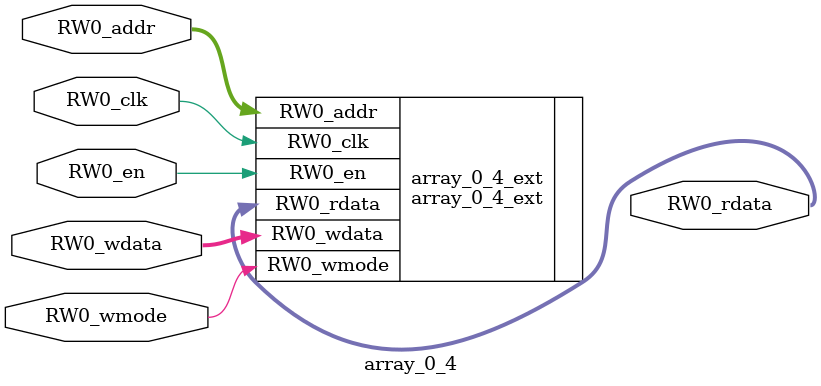
<source format=sv>
`ifndef RANDOMIZE
  `ifdef RANDOMIZE_MEM_INIT
    `define RANDOMIZE
  `endif // RANDOMIZE_MEM_INIT
`endif // not def RANDOMIZE
`ifndef RANDOMIZE
  `ifdef RANDOMIZE_REG_INIT
    `define RANDOMIZE
  `endif // RANDOMIZE_REG_INIT
`endif // not def RANDOMIZE

`ifndef RANDOM
  `define RANDOM $random
`endif // not def RANDOM

// Users can define INIT_RANDOM as general code that gets injected into the
// initializer block for modules with registers.
`ifndef INIT_RANDOM
  `define INIT_RANDOM
`endif // not def INIT_RANDOM

// If using random initialization, you can also define RANDOMIZE_DELAY to
// customize the delay used, otherwise 0.002 is used.
`ifndef RANDOMIZE_DELAY
  `define RANDOMIZE_DELAY 0.002
`endif // not def RANDOMIZE_DELAY

// Define INIT_RANDOM_PROLOG_ for use in our modules below.
`ifndef INIT_RANDOM_PROLOG_
  `ifdef RANDOMIZE
    `ifdef VERILATOR
      `define INIT_RANDOM_PROLOG_ `INIT_RANDOM
    `else  // VERILATOR
      `define INIT_RANDOM_PROLOG_ `INIT_RANDOM #`RANDOMIZE_DELAY begin end
    `endif // VERILATOR
  `else  // RANDOMIZE
    `define INIT_RANDOM_PROLOG_
  `endif // RANDOMIZE
`endif // not def INIT_RANDOM_PROLOG_

// Include register initializers in init blocks unless synthesis is set
`ifndef SYNTHESIS
  `ifndef ENABLE_INITIAL_REG_
    `define ENABLE_INITIAL_REG_
  `endif // not def ENABLE_INITIAL_REG_
`endif // not def SYNTHESIS

// Include rmemory initializers in init blocks unless synthesis is set
`ifndef SYNTHESIS
  `ifndef ENABLE_INITIAL_MEM_
    `define ENABLE_INITIAL_MEM_
  `endif // not def ENABLE_INITIAL_MEM_
`endif // not def SYNTHESIS

module array_0_4(
  input  [13:0] RW0_addr,
  input         RW0_en,
  input         RW0_clk,
  input         RW0_wmode,
  input  [63:0] RW0_wdata,
  output [63:0] RW0_rdata
);

  array_0_4_ext array_0_4_ext (
    .RW0_addr  (RW0_addr),
    .RW0_en    (RW0_en),
    .RW0_clk   (RW0_clk),
    .RW0_wmode (RW0_wmode),
    .RW0_wdata (RW0_wdata),
    .RW0_rdata (RW0_rdata)
  );
endmodule


</source>
